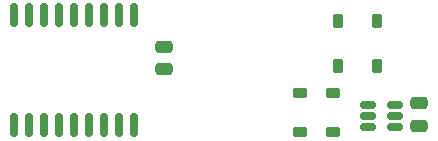
<source format=gbr>
%TF.GenerationSoftware,KiCad,Pcbnew,8.0.1*%
%TF.CreationDate,2024-04-28T14:47:00+02:00*%
%TF.ProjectId,2in-2out_2.0,32696e2d-326f-4757-945f-322e302e6b69,rev?*%
%TF.SameCoordinates,Original*%
%TF.FileFunction,Paste,Bot*%
%TF.FilePolarity,Positive*%
%FSLAX46Y46*%
G04 Gerber Fmt 4.6, Leading zero omitted, Abs format (unit mm)*
G04 Created by KiCad (PCBNEW 8.0.1) date 2024-04-28 14:47:00*
%MOMM*%
%LPD*%
G01*
G04 APERTURE LIST*
G04 Aperture macros list*
%AMRoundRect*
0 Rectangle with rounded corners*
0 $1 Rounding radius*
0 $2 $3 $4 $5 $6 $7 $8 $9 X,Y pos of 4 corners*
0 Add a 4 corners polygon primitive as box body*
4,1,4,$2,$3,$4,$5,$6,$7,$8,$9,$2,$3,0*
0 Add four circle primitives for the rounded corners*
1,1,$1+$1,$2,$3*
1,1,$1+$1,$4,$5*
1,1,$1+$1,$6,$7*
1,1,$1+$1,$8,$9*
0 Add four rect primitives between the rounded corners*
20,1,$1+$1,$2,$3,$4,$5,0*
20,1,$1+$1,$4,$5,$6,$7,0*
20,1,$1+$1,$6,$7,$8,$9,0*
20,1,$1+$1,$8,$9,$2,$3,0*%
G04 Aperture macros list end*
%ADD10RoundRect,0.250000X0.475000X-0.250000X0.475000X0.250000X-0.475000X0.250000X-0.475000X-0.250000X0*%
%ADD11RoundRect,0.150000X-0.512500X-0.150000X0.512500X-0.150000X0.512500X0.150000X-0.512500X0.150000X0*%
%ADD12RoundRect,0.150000X-0.150000X0.875000X-0.150000X-0.875000X0.150000X-0.875000X0.150000X0.875000X0*%
%ADD13RoundRect,0.225000X0.375000X-0.225000X0.375000X0.225000X-0.375000X0.225000X-0.375000X-0.225000X0*%
%ADD14RoundRect,0.225000X-0.225000X-0.375000X0.225000X-0.375000X0.225000X0.375000X-0.225000X0.375000X0*%
G04 APERTURE END LIST*
D10*
%TO.C,C3*%
X160655000Y-43180000D03*
X160655000Y-41280000D03*
%TD*%
D11*
%TO.C,TVS1*%
X177932500Y-48072500D03*
X177932500Y-47122500D03*
X177932500Y-46172500D03*
X180207500Y-46172500D03*
X180207500Y-47122500D03*
X180207500Y-48072500D03*
%TD*%
D12*
%TO.C,IC1*%
X147955000Y-38605000D03*
X149225000Y-38605000D03*
X150495000Y-38605000D03*
X151765000Y-38605000D03*
X153035000Y-38605000D03*
X154305000Y-38605000D03*
X155575000Y-38605000D03*
X156845000Y-38605000D03*
X158115000Y-38605000D03*
X158115000Y-47905000D03*
X156845000Y-47905000D03*
X155575000Y-47905000D03*
X154305000Y-47905000D03*
X153035000Y-47905000D03*
X151765000Y-47905000D03*
X150495000Y-47905000D03*
X149225000Y-47905000D03*
X147955000Y-47905000D03*
%TD*%
D10*
%TO.C,C4*%
X182245000Y-47940000D03*
X182245000Y-46040000D03*
%TD*%
D13*
%TO.C,D5*%
X172210000Y-48512000D03*
X172210000Y-45212000D03*
%TD*%
D14*
%TO.C,D2*%
X175388000Y-42926000D03*
X178688000Y-42926000D03*
%TD*%
D13*
%TO.C,D7*%
X175006000Y-48512000D03*
X175006000Y-45212000D03*
%TD*%
D14*
%TO.C,D4*%
X175388000Y-39116000D03*
X178688000Y-39116000D03*
%TD*%
M02*

</source>
